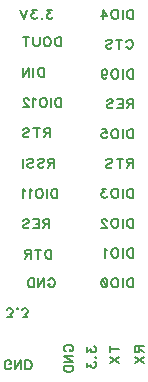
<source format=gbo>
G04 DipTrace 3.2.0.1*
G04 xbee_js_basict.gbo*
%MOIN*%
G04 #@! TF.FileFunction,Legend,Bot*
G04 #@! TF.Part,Single*
%ADD45C,0.007*%
%FSLAX26Y26*%
G04*
G70*
G90*
G75*
G01*
G04 BotSilk*
%LPD*%
X854589Y1610808D2*
D45*
X838837D1*
X847426Y1599334D1*
X843115D1*
X840263Y1597908D1*
X838837Y1596482D1*
X837378Y1592171D1*
Y1589320D1*
X838837Y1585008D1*
X841689Y1582123D1*
X846000Y1580697D1*
X850311D1*
X854589Y1582123D1*
X856015Y1583583D1*
X857474Y1586434D1*
X821952Y1583583D2*
X823378Y1582123D1*
X821952Y1580697D1*
X820493Y1582123D1*
X821952Y1583583D1*
X803608Y1610808D2*
X787856D1*
X796445Y1599334D1*
X792134D1*
X789282Y1597908D1*
X787856Y1596482D1*
X786397Y1592171D1*
Y1589320D1*
X787856Y1585008D1*
X790708Y1582123D1*
X795019Y1580697D1*
X799330D1*
X803608Y1582123D1*
X805034Y1583583D1*
X806493Y1586434D1*
X772397Y1610841D2*
X760923Y1580697D1*
X749449Y1610841D1*
X884685Y1519591D2*
Y1489447D1*
X874637D1*
X870326Y1490906D1*
X867441Y1493758D1*
X866015Y1496643D1*
X864589Y1500921D1*
Y1508117D1*
X866015Y1512428D1*
X867441Y1515280D1*
X870326Y1518165D1*
X874637Y1519591D1*
X884685D1*
X841967D2*
X844852Y1518165D1*
X847704Y1515280D1*
X849163Y1512428D1*
X850589Y1508117D1*
Y1500921D1*
X849163Y1496643D1*
X847704Y1493758D1*
X844852Y1490906D1*
X841967Y1489447D1*
X836230D1*
X833378Y1490906D1*
X830493Y1493758D1*
X829067Y1496643D1*
X827641Y1500921D1*
Y1508117D1*
X829067Y1512428D1*
X830493Y1515280D1*
X833378Y1518165D1*
X836230Y1519591D1*
X841967D1*
X813641D2*
Y1498069D1*
X812215Y1493758D1*
X809330Y1490906D1*
X805019Y1489447D1*
X802167D1*
X797856Y1490906D1*
X794971Y1493758D1*
X793545Y1498069D1*
Y1519591D1*
X769497D2*
Y1489447D1*
X779545Y1519591D2*
X759449D1*
X827641Y1418341D2*
Y1388197D1*
X817593D1*
X813282Y1389657D1*
X810397Y1392508D1*
X808971Y1395394D1*
X807545Y1399671D1*
Y1406868D1*
X808971Y1411179D1*
X810397Y1414030D1*
X813282Y1416916D1*
X817593Y1418341D1*
X827641D1*
X793545D2*
Y1388197D1*
X759449Y1418341D2*
Y1388197D1*
X779545Y1418341D1*
Y1388197D1*
X885785Y1317091D2*
Y1286947D1*
X875737D1*
X871426Y1288406D1*
X868541Y1291258D1*
X867115Y1294143D1*
X865689Y1298421D1*
Y1305617D1*
X867115Y1309928D1*
X868541Y1312780D1*
X871426Y1315665D1*
X875737Y1317091D1*
X885785D1*
X851689D2*
Y1286947D1*
X829067Y1317091D2*
X831952Y1315665D1*
X834804Y1312780D1*
X836263Y1309928D1*
X837689Y1305617D1*
Y1298421D1*
X836263Y1294143D1*
X834804Y1291258D1*
X831952Y1288406D1*
X829067Y1286947D1*
X823330D1*
X820478Y1288406D1*
X817593Y1291258D1*
X816167Y1294143D1*
X814741Y1298421D1*
Y1305617D1*
X816167Y1309928D1*
X817593Y1312780D1*
X820478Y1315665D1*
X823330Y1317091D1*
X829067D1*
X800741Y1311321D2*
X797856Y1312780D1*
X793545Y1317058D1*
Y1286947D1*
X778086Y1309895D2*
Y1311321D1*
X776660Y1314206D1*
X775234Y1315632D1*
X772349Y1317058D1*
X766612D1*
X763760Y1315632D1*
X762334Y1314206D1*
X760875Y1311321D1*
Y1308469D1*
X762334Y1305584D1*
X765186Y1301306D1*
X779545Y1286947D1*
X759449D1*
X847737Y1201482D2*
X834837D1*
X830526Y1202942D1*
X829067Y1204368D1*
X827641Y1207219D1*
Y1210104D1*
X829067Y1212956D1*
X830526Y1214416D1*
X834837Y1215841D1*
X847737D1*
Y1185697D1*
X837689Y1201482D2*
X827641Y1185697D1*
X803593Y1215841D2*
Y1185697D1*
X813641Y1215841D2*
X793545D1*
X759449Y1211530D2*
X762301Y1214416D1*
X766612Y1215841D1*
X772349D1*
X776660Y1214416D1*
X779545Y1211530D1*
Y1208679D1*
X778086Y1205793D1*
X776660Y1204368D1*
X773808Y1202942D1*
X765186Y1200056D1*
X762301Y1198631D1*
X760875Y1197171D1*
X759449Y1194320D1*
Y1190008D1*
X762301Y1187157D1*
X766612Y1185697D1*
X772349D1*
X776660Y1187157D1*
X779545Y1190008D1*
X861737Y1100232D2*
X848837D1*
X844526Y1101691D1*
X843067Y1103117D1*
X841641Y1105969D1*
Y1108854D1*
X843067Y1111706D1*
X844526Y1113165D1*
X848837Y1114591D1*
X861737D1*
Y1084447D1*
X851689Y1100232D2*
X841641Y1084447D1*
X807545Y1110280D2*
X810397Y1113165D1*
X814708Y1114591D1*
X820445D1*
X824756Y1113165D1*
X827641Y1110280D1*
Y1107428D1*
X826182Y1104543D1*
X824756Y1103117D1*
X821904Y1101691D1*
X813282Y1098806D1*
X810397Y1097380D1*
X808971Y1095921D1*
X807545Y1093069D1*
Y1088758D1*
X810397Y1085906D1*
X814708Y1084447D1*
X820445D1*
X824756Y1085906D1*
X827641Y1088758D1*
X773449Y1110280D2*
X776301Y1113165D1*
X780612Y1114591D1*
X786349D1*
X790660Y1113165D1*
X793545Y1110280D1*
Y1107428D1*
X792086Y1104543D1*
X790660Y1103117D1*
X787808Y1101691D1*
X779186Y1098806D1*
X776301Y1097380D1*
X774875Y1095921D1*
X773449Y1093069D1*
Y1088758D1*
X776301Y1085906D1*
X780612Y1084447D1*
X786349D1*
X790660Y1085906D1*
X793545Y1088758D1*
X759449Y1114591D2*
Y1084447D1*
X872885Y1013341D2*
Y983197D1*
X862837D1*
X858526Y984657D1*
X855641Y987508D1*
X854215Y990394D1*
X852789Y994671D1*
Y1001868D1*
X854215Y1006179D1*
X855641Y1009030D1*
X858526Y1011916D1*
X862837Y1013341D1*
X872885D1*
X838789D2*
Y983197D1*
X816167Y1013341D2*
X819052Y1011916D1*
X821904Y1009030D1*
X823363Y1006179D1*
X824789Y1001868D1*
Y994671D1*
X823363Y990394D1*
X821904Y987508D1*
X819052Y984657D1*
X816167Y983197D1*
X810430D1*
X807578Y984657D1*
X804693Y987508D1*
X803267Y990394D1*
X801841Y994671D1*
Y1001868D1*
X803267Y1006179D1*
X804693Y1009030D1*
X807578Y1011916D1*
X810430Y1013341D1*
X816167D1*
X787841Y1007571D2*
X784956Y1009030D1*
X780645Y1013308D1*
Y983197D1*
X766645Y1007571D2*
X763760Y1009030D1*
X759449Y1013308D1*
Y983197D1*
X846278Y897732D2*
X833378D1*
X829067Y899191D1*
X827608Y900617D1*
X826182Y903469D1*
Y906354D1*
X827608Y909206D1*
X829067Y910665D1*
X833378Y912091D1*
X846278D1*
Y881947D1*
X836230Y897732D2*
X826182Y881947D1*
X793545Y912091D2*
X812182D1*
Y881947D1*
X793545D1*
X812182Y897732D2*
X800708D1*
X759449Y907780D2*
X762301Y910665D1*
X766612Y912091D1*
X772349D1*
X776660Y910665D1*
X779545Y907780D1*
Y904928D1*
X778086Y902043D1*
X776660Y900617D1*
X773808Y899191D1*
X765186Y896306D1*
X762301Y894880D1*
X760875Y893421D1*
X759449Y890569D1*
Y886258D1*
X762301Y883406D1*
X766612Y881947D1*
X772349D1*
X776660Y883406D1*
X779545Y886258D1*
X852737Y810841D2*
Y780697D1*
X842689D1*
X838378Y782157D1*
X835493Y785008D1*
X834067Y787894D1*
X832641Y792171D1*
Y799368D1*
X834067Y803679D1*
X835493Y806530D1*
X838378Y809416D1*
X842689Y810841D1*
X852737D1*
X808593D2*
Y780697D1*
X818641Y810841D2*
X798545D1*
X784545Y796482D2*
X771645D1*
X767334Y797942D1*
X765875Y799368D1*
X764449Y802219D1*
Y805104D1*
X765875Y807956D1*
X767334Y809416D1*
X771645Y810841D1*
X784545D1*
Y780697D1*
X774497Y796482D2*
X764449Y780697D1*
X842641Y708679D2*
X844067Y711530D1*
X846952Y714416D1*
X849804Y715841D1*
X855541D1*
X858426Y714416D1*
X861278Y711530D1*
X862737Y708679D1*
X864163Y704368D1*
Y697171D1*
X862737Y692894D1*
X861278Y690008D1*
X858426Y687157D1*
X855541Y685697D1*
X849804D1*
X846952Y687157D1*
X844067Y690008D1*
X842641Y692894D1*
Y697171D1*
X849804D1*
X808545Y715841D2*
Y685697D1*
X828641Y715841D1*
Y685697D1*
X794545Y715841D2*
Y685697D1*
X784497D1*
X780186Y687157D1*
X777301Y690008D1*
X775875Y692894D1*
X774449Y697171D1*
Y704368D1*
X775875Y708679D1*
X777301Y711530D1*
X780186Y714416D1*
X784497Y715841D1*
X794545D1*
X1124588Y1610841D2*
Y1580697D1*
X1114540D1*
X1110229Y1582157D1*
X1107344Y1585008D1*
X1105918Y1587894D1*
X1104492Y1592171D1*
Y1599368D1*
X1105918Y1603679D1*
X1107344Y1606530D1*
X1110229Y1609416D1*
X1114540Y1610841D1*
X1124588D1*
X1090492D2*
Y1580697D1*
X1067870Y1610841D2*
X1070755Y1609416D1*
X1073607Y1606530D1*
X1075066Y1603679D1*
X1076492Y1599368D1*
Y1592171D1*
X1075066Y1587894D1*
X1073607Y1585008D1*
X1070755Y1582157D1*
X1067870Y1580697D1*
X1062133D1*
X1059281Y1582157D1*
X1056396Y1585008D1*
X1054970Y1587894D1*
X1053544Y1592171D1*
Y1599368D1*
X1054970Y1603679D1*
X1056396Y1606530D1*
X1059281Y1609416D1*
X1062133Y1610841D1*
X1067870D1*
X1025185Y1580697D2*
Y1610808D1*
X1039544Y1590745D1*
X1018022D1*
X1103067Y1504234D2*
X1104493Y1507086D1*
X1107378Y1509971D1*
X1110230Y1511397D1*
X1115967D1*
X1118852Y1509971D1*
X1121704Y1507086D1*
X1123163Y1504234D1*
X1124589Y1499923D1*
Y1492727D1*
X1123163Y1488449D1*
X1121704Y1485564D1*
X1118852Y1482712D1*
X1115967Y1481253D1*
X1110230D1*
X1107378Y1482712D1*
X1104493Y1485564D1*
X1103067Y1488449D1*
X1079019Y1511397D2*
Y1481253D1*
X1089067Y1511397D2*
X1068971D1*
X1034875Y1507086D2*
X1037727Y1509971D1*
X1042038Y1511397D1*
X1047775D1*
X1052086Y1509971D1*
X1054971Y1507086D1*
Y1504234D1*
X1053512Y1501349D1*
X1052086Y1499923D1*
X1049234Y1498497D1*
X1040612Y1495612D1*
X1037727Y1494186D1*
X1036301Y1492727D1*
X1034875Y1489875D1*
Y1485564D1*
X1037727Y1482712D1*
X1042038Y1481253D1*
X1047775D1*
X1052086Y1482712D1*
X1054971Y1485564D1*
X1124589Y1411953D2*
Y1381809D1*
X1114541D1*
X1110230Y1383268D1*
X1107345Y1386120D1*
X1105919Y1389005D1*
X1104493Y1393283D1*
Y1400479D1*
X1105919Y1404790D1*
X1107345Y1407642D1*
X1110230Y1410527D1*
X1114541Y1411953D1*
X1124589D1*
X1090493D2*
Y1381809D1*
X1067871Y1411953D2*
X1070756Y1410527D1*
X1073608Y1407642D1*
X1075067Y1404790D1*
X1076493Y1400479D1*
Y1393283D1*
X1075067Y1389005D1*
X1073608Y1386120D1*
X1070756Y1383268D1*
X1067871Y1381809D1*
X1062134D1*
X1059282Y1383268D1*
X1056397Y1386120D1*
X1054971Y1389005D1*
X1053545Y1393283D1*
Y1400479D1*
X1054971Y1404790D1*
X1056397Y1407642D1*
X1059282Y1410527D1*
X1062134Y1411953D1*
X1067871D1*
X1020875Y1401905D2*
X1022334Y1397594D1*
X1025186Y1394709D1*
X1029497Y1393283D1*
X1030923D1*
X1035234Y1394709D1*
X1038086Y1397594D1*
X1039545Y1401905D1*
Y1403331D1*
X1038086Y1407642D1*
X1035234Y1410494D1*
X1030923Y1411920D1*
X1029497D1*
X1025186Y1410494D1*
X1022334Y1407642D1*
X1020875Y1401905D1*
Y1394709D1*
X1022334Y1387546D1*
X1025186Y1383235D1*
X1029497Y1381809D1*
X1032349D1*
X1036660Y1383235D1*
X1038086Y1386120D1*
X1124589Y1298149D2*
X1111689D1*
X1107378Y1299608D1*
X1105919Y1301034D1*
X1104493Y1303886D1*
Y1306771D1*
X1105919Y1309623D1*
X1107378Y1311082D1*
X1111689Y1312508D1*
X1124589D1*
Y1282364D1*
X1114541Y1298149D2*
X1104493Y1282364D1*
X1071856Y1312508D2*
X1090493D1*
Y1282364D1*
X1071856D1*
X1090493Y1298149D2*
X1079019D1*
X1037760Y1308197D2*
X1040612Y1311082D1*
X1044923Y1312508D1*
X1050660D1*
X1054971Y1311082D1*
X1057856Y1308197D1*
Y1305345D1*
X1056397Y1302460D1*
X1054971Y1301034D1*
X1052119Y1299608D1*
X1043497Y1296723D1*
X1040612Y1295297D1*
X1039186Y1293838D1*
X1037760Y1290986D1*
Y1286675D1*
X1040612Y1283823D1*
X1044923Y1282364D1*
X1050660D1*
X1054971Y1283823D1*
X1057856Y1286675D1*
X1124589Y1213063D2*
Y1182919D1*
X1114541D1*
X1110230Y1184378D1*
X1107345Y1187230D1*
X1105919Y1190115D1*
X1104493Y1194393D1*
Y1201589D1*
X1105919Y1205900D1*
X1107345Y1208752D1*
X1110230Y1211637D1*
X1114541Y1213063D1*
X1124589D1*
X1090493D2*
Y1182919D1*
X1067871Y1213063D2*
X1070756Y1211637D1*
X1073608Y1208752D1*
X1075067Y1205900D1*
X1076493Y1201589D1*
Y1194393D1*
X1075067Y1190115D1*
X1073608Y1187230D1*
X1070756Y1184378D1*
X1067871Y1182919D1*
X1062134D1*
X1059282Y1184378D1*
X1056397Y1187230D1*
X1054971Y1190115D1*
X1053545Y1194393D1*
Y1201589D1*
X1054971Y1205900D1*
X1056397Y1208752D1*
X1059282Y1211637D1*
X1062134Y1213063D1*
X1067871D1*
X1022334Y1213030D2*
X1036660D1*
X1038086Y1200130D1*
X1036660Y1201556D1*
X1032349Y1203015D1*
X1028071D1*
X1023760Y1201556D1*
X1020875Y1198704D1*
X1019449Y1194393D1*
Y1191541D1*
X1020875Y1187230D1*
X1023760Y1184345D1*
X1028071Y1182919D1*
X1032349D1*
X1036660Y1184345D1*
X1038086Y1185804D1*
X1039545Y1188656D1*
X1124589Y1099261D2*
X1111689D1*
X1107378Y1100720D1*
X1105918Y1102146D1*
X1104493Y1104998D1*
Y1107883D1*
X1105918Y1110735D1*
X1107378Y1112194D1*
X1111689Y1113620D1*
X1124589D1*
Y1083476D1*
X1114541Y1099261D2*
X1104493Y1083476D1*
X1080445Y1113620D2*
Y1083476D1*
X1090493Y1113620D2*
X1070397D1*
X1036301Y1109309D2*
X1039152Y1112194D1*
X1043463Y1113620D1*
X1049200D1*
X1053511Y1112194D1*
X1056397Y1109309D1*
Y1106457D1*
X1054937Y1103572D1*
X1053511Y1102146D1*
X1050660Y1100720D1*
X1042038Y1097835D1*
X1039152Y1096409D1*
X1037726Y1094950D1*
X1036301Y1092098D1*
Y1087787D1*
X1039152Y1084935D1*
X1043463Y1083476D1*
X1049200D1*
X1053511Y1084935D1*
X1056397Y1087787D1*
X1124589Y1014175D2*
Y984031D1*
X1114541D1*
X1110230Y985490D1*
X1107345Y988342D1*
X1105919Y991227D1*
X1104493Y995505D1*
Y1002701D1*
X1105919Y1007012D1*
X1107345Y1009864D1*
X1110230Y1012749D1*
X1114541Y1014175D1*
X1124589D1*
X1090493D2*
Y984031D1*
X1067871Y1014175D2*
X1070756Y1012749D1*
X1073608Y1009864D1*
X1075067Y1007012D1*
X1076493Y1002701D1*
Y995505D1*
X1075067Y991227D1*
X1073608Y988342D1*
X1070756Y985490D1*
X1067871Y984031D1*
X1062134D1*
X1059282Y985490D1*
X1056397Y988342D1*
X1054971Y991227D1*
X1053545Y995505D1*
Y1002701D1*
X1054971Y1007012D1*
X1056397Y1009864D1*
X1059282Y1012749D1*
X1062134Y1014175D1*
X1067871D1*
X1036660Y1014142D2*
X1020908D1*
X1029497Y1002668D1*
X1025186D1*
X1022334Y1001242D1*
X1020908Y999816D1*
X1019449Y995505D1*
Y992653D1*
X1020908Y988342D1*
X1023760Y985457D1*
X1028071Y984031D1*
X1032382D1*
X1036660Y985457D1*
X1038086Y986916D1*
X1039545Y989768D1*
X1124589Y914730D2*
Y884586D1*
X1114541D1*
X1110230Y886045D1*
X1107345Y888897D1*
X1105919Y891782D1*
X1104493Y896060D1*
Y903256D1*
X1105919Y907567D1*
X1107345Y910419D1*
X1110230Y913304D1*
X1114541Y914730D1*
X1124589D1*
X1090493D2*
Y884586D1*
X1067871Y914730D2*
X1070756Y913304D1*
X1073608Y910419D1*
X1075067Y907567D1*
X1076493Y903256D1*
Y896060D1*
X1075067Y891782D1*
X1073608Y888897D1*
X1070756Y886045D1*
X1067871Y884586D1*
X1062134D1*
X1059282Y886045D1*
X1056397Y888897D1*
X1054971Y891782D1*
X1053545Y896060D1*
Y903256D1*
X1054971Y907567D1*
X1056397Y910419D1*
X1059282Y913304D1*
X1062134Y914730D1*
X1067871D1*
X1038086Y907534D2*
Y908960D1*
X1036660Y911845D1*
X1035234Y913271D1*
X1032349Y914697D1*
X1026612D1*
X1023760Y913271D1*
X1022334Y911845D1*
X1020875Y908960D1*
Y906108D1*
X1022334Y903223D1*
X1025186Y898945D1*
X1039545Y884586D1*
X1019449D1*
X1124589Y815286D2*
Y785142D1*
X1114541D1*
X1110230Y786601D1*
X1107345Y789453D1*
X1105919Y792338D1*
X1104493Y796616D1*
Y803812D1*
X1105919Y808123D1*
X1107345Y810975D1*
X1110230Y813860D1*
X1114541Y815286D1*
X1124589D1*
X1090493D2*
Y785142D1*
X1067871Y815286D2*
X1070756Y813860D1*
X1073608Y810975D1*
X1075067Y808123D1*
X1076493Y803812D1*
Y796616D1*
X1075067Y792338D1*
X1073608Y789453D1*
X1070756Y786601D1*
X1067871Y785142D1*
X1062134D1*
X1059282Y786601D1*
X1056397Y789453D1*
X1054971Y792338D1*
X1053545Y796616D1*
Y803812D1*
X1054971Y808123D1*
X1056397Y810975D1*
X1059282Y813860D1*
X1062134Y815286D1*
X1067871D1*
X1039545Y809516D2*
X1036660Y810975D1*
X1032349Y815253D1*
Y785142D1*
X1124589Y715841D2*
Y685697D1*
X1114541D1*
X1110230Y687157D1*
X1107345Y690008D1*
X1105919Y692894D1*
X1104493Y697171D1*
Y704368D1*
X1105919Y708679D1*
X1107345Y711530D1*
X1110230Y714416D1*
X1114541Y715841D1*
X1124589D1*
X1090493D2*
Y685697D1*
X1067871Y715841D2*
X1070756Y714416D1*
X1073608Y711530D1*
X1075067Y708679D1*
X1076493Y704368D1*
Y697171D1*
X1075067Y692894D1*
X1073608Y690008D1*
X1070756Y687157D1*
X1067871Y685697D1*
X1062134D1*
X1059282Y687157D1*
X1056397Y690008D1*
X1054971Y692894D1*
X1053545Y697171D1*
Y704368D1*
X1054971Y708679D1*
X1056397Y711530D1*
X1059282Y714416D1*
X1062134Y715841D1*
X1067871D1*
X1030923Y715808D2*
X1035234Y714382D1*
X1038119Y710071D1*
X1039545Y702908D1*
Y698597D1*
X1038119Y691434D1*
X1035234Y687123D1*
X1030923Y685697D1*
X1028071D1*
X1023760Y687123D1*
X1020908Y691434D1*
X1019449Y698597D1*
Y702908D1*
X1020908Y710071D1*
X1023760Y714382D1*
X1028071Y715808D1*
X1030923D1*
X1020908Y710071D2*
X1038119Y691434D1*
X1146024Y488819D2*
Y475919D1*
X1144565Y471608D1*
X1143139Y470149D1*
X1140287Y468723D1*
X1137402D1*
X1134550Y470149D1*
X1133091Y471608D1*
X1131665Y475919D1*
Y488819D1*
X1161809D1*
X1146024Y478771D2*
X1161809Y468723D1*
X1131665Y454723D2*
X1161809Y434627D1*
X1131665D2*
X1161809Y454723D1*
X1049506Y478771D2*
X1079650D1*
X1049506Y488819D2*
Y468723D1*
Y454723D2*
X1079650Y434627D1*
X1049506D2*
X1079650Y454723D1*
X972379Y485934D2*
Y470182D1*
X983853Y478771D1*
Y474460D1*
X985279Y471608D1*
X986705Y470182D1*
X991016Y468723D1*
X993868D1*
X998179Y470182D1*
X1001064Y473034D1*
X1002490Y477345D1*
Y481656D1*
X1001064Y485933D1*
X999605Y487359D1*
X996753Y488819D1*
X999605Y453297D2*
X1001064Y454723D1*
X1002490Y453297D1*
X1001064Y451837D1*
X999605Y453297D1*
X972379Y434953D2*
Y419201D1*
X983853Y427790D1*
Y423479D1*
X985279Y420627D1*
X986705Y419201D1*
X991016Y417742D1*
X993868D1*
X998179Y419201D1*
X1001064Y422053D1*
X1002490Y426364D1*
Y430675D1*
X1001064Y434952D1*
X999605Y436378D1*
X996753Y437838D1*
X902350Y472297D2*
X899498Y473723D1*
X896613Y476608D1*
X895187Y479460D1*
Y485197D1*
X896613Y488082D1*
X899498Y490934D1*
X902350Y492393D1*
X906661Y493819D1*
X913857D1*
X918135Y492393D1*
X921020Y490934D1*
X923872Y488082D1*
X925331Y485197D1*
Y479460D1*
X923872Y476608D1*
X921020Y473723D1*
X918135Y472297D1*
X913857D1*
Y479460D1*
X895187Y438201D2*
X925331D1*
X895187Y458297D1*
X925331D1*
X895187Y424201D2*
X925331D1*
Y414153D1*
X923872Y409842D1*
X921020Y406957D1*
X918135Y405531D1*
X913857Y404105D1*
X906661D1*
X902350Y405531D1*
X899498Y406957D1*
X896613Y409842D1*
X895187Y414153D1*
Y424201D1*
X718732Y419245D2*
X717306Y416394D1*
X714421Y413508D1*
X711569Y412082D1*
X705832D1*
X702947Y413508D1*
X700095Y416393D1*
X698636Y419245D1*
X697210Y423556D1*
Y430753D1*
X698636Y435030D1*
X700095Y437915D1*
X702947Y440767D1*
X705832Y442226D1*
X711569D1*
X714421Y440767D1*
X717306Y437915D1*
X718732Y435030D1*
Y430753D1*
X711569D1*
X752828Y412082D2*
Y442226D1*
X732732Y412082D1*
Y442226D1*
X766828Y412082D2*
Y442226D1*
X776876D1*
X781187Y440767D1*
X784072Y437915D1*
X785498Y435030D1*
X786924Y430752D1*
Y423556D1*
X785498Y419245D1*
X784072Y416393D1*
X781187Y413508D1*
X776876Y412082D1*
X766828D1*
X706572Y586434D2*
X722324D1*
X713735Y597908D1*
X718046D1*
X720898Y599334D1*
X722324Y600760D1*
X723783Y605071D1*
Y607923D1*
X722324Y612234D1*
X719472Y615119D1*
X715161Y616545D1*
X710850D1*
X706572Y615119D1*
X705146Y613660D1*
X703687Y610808D1*
X739209Y613660D2*
X737783Y615119D1*
X739209Y616545D1*
X740668Y615119D1*
X739209Y613660D1*
X757553Y586434D2*
X773305D1*
X764716Y597908D1*
X769027D1*
X771879Y599334D1*
X773305Y600760D1*
X774764Y605071D1*
Y607923D1*
X773305Y612234D1*
X770453Y615119D1*
X766142Y616545D1*
X761831D1*
X757553Y615119D1*
X756128Y613660D1*
X754668Y610808D1*
M02*

</source>
